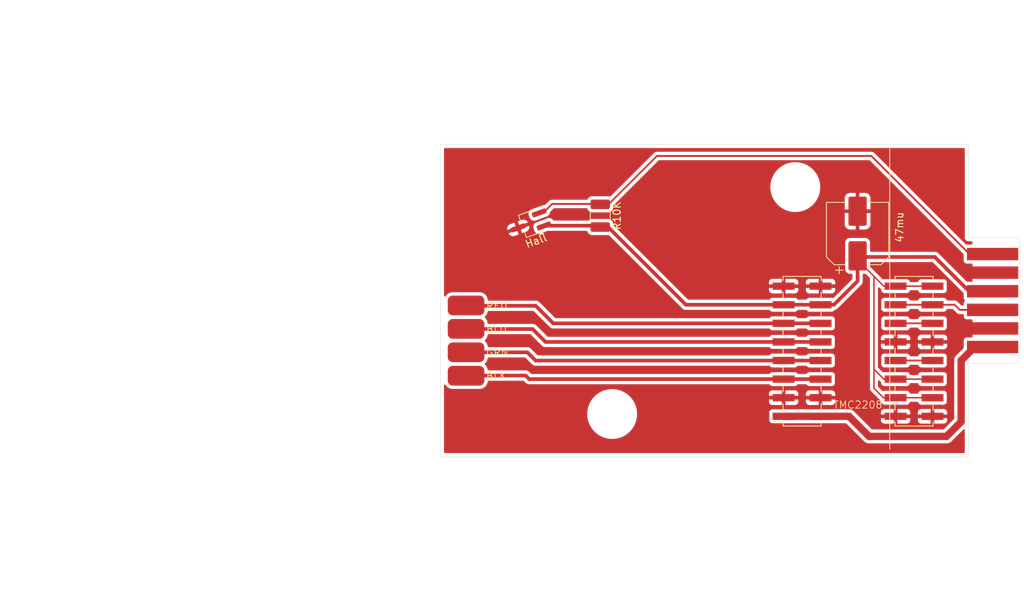
<source format=kicad_pcb>
(kicad_pcb (version 20241229) (generator "pcbnew") (generator_version "9.0")
  (layers (0 "F.Cu" signal) (2 "B.Cu" signal) (13 "F.Paste" user) (15 "B.Paste" user) (5 "F.SilkS" user "F.Silkscreen") (7 "B.SilkS" user "B.Silkscreen") (1 "F.Mask" user) (3 "B.Mask" user) (25 "Edge.Cuts" user))
  (net 0 "")
  (net 1 "GND")
  (net 2 "+5V")
  (net 3 "Hall")
  (net 4 "Step")
  (net 5 "+12V")
  (net 6 "B2")
  (net 7 "B1")
  (net 8 "A1")
  (net 9 "A2")
  (net 10 "NC")
  (net 11 "Clock")
  (footprint "" (layer "F.Cu") (at 191.512896 81.355227 -90)
    (property "Reference" "" (at -0.135227 0.222896 90) (layer "F.SilkS") (effects (font (size 1.27 1.27))))
    (property "Value" "" (at -0.405227 0.012896 90) (layer "F.SilkS") (effects (font (size 1.27 1.27))))
    (pad "1" connect rect (at 1.11 0.512896 270) (size 1.7 7) (layers "F.Cu" "F.Mask") (net 3 "Hall"))
  )
  (footprint "" (layer "F.Cu") (at 191 90.085227)
    (property "Reference" "" (at 0 0 0) (layer "F.SilkS") (effects (font (size 1.27 1.27))))
    (property "Value" "" (at 0 0 0) (layer "F.SilkS") (effects (font (size 1.27 1.27))))
    (pad "1" connect rect (at 0 0 270) (size 1.7 7) (layers "F.Cu" "F.Mask") (net 4 "Step"))
  )
  (footprint "MountingHole:MountingHole_3.2mm_M3" (layer "F.Cu") (at 164.066436 73.314895)
    (property "Reference" "REF**" (hide yes))
    (property "Value" "MountingHole_3.2mm_M3")
    (pad "" np_thru_hole circle (at 0 0) (size 3.2 3.2) (drill 3.2) (layers "*.Cu" "*.Mask"))
  )
  (footprint "Package_TO_SOT_SMD:SOT-23W_Handsoldering" (layer "F.Cu") (at 127.837603 78.308726 -160)
    (property "Reference" "Hall" (at 0 -2.5 20) (layer "F.SilkS"))
    (property "Value" "SOT-23W_Handsoldering")
    (fp_line (start 1.075 0.7) (end 1.075 1.61) (stroke (width 0.12)) (layer "F.SilkS"))
    (fp_line (start 1.075 -1.6) (end 1.074999 -0.7) (stroke (width 0.12)) (layer "F.SilkS"))
    (fp_line (start -1.075 1.61) (end 1.075 1.61) (stroke (width 0.12)) (layer "F.SilkS"))
    (fp_line (start -0.525 -1.61) (end 1.075 -1.61) (stroke (width 0.12)) (layer "F.SilkS"))
    (fp_poly (pts (xy -1.025 -1.56) (xy -1.265 -1.89) (xy -0.785 -1.89) (xy -1.025 -1.56)) (stroke (width 0.12)) (fill yes) (layer "F.SilkS"))
    (pad "1" smd roundrect (at -1.7 -0.95 200) (size 2 0.7) (layers "F.Cu" "F.Mask" "F.Paste") (net 2 "+5V"))
    (pad "2" smd roundrect (at -1.7 0.95 200) (size 2 0.7) (layers "F.Cu" "F.Mask" "F.Paste") (net 3 "Hall"))
    (pad "3" smd roundrect (at 1.699999 0 200) (size 2 0.7) (layers "F.Cu" "F.Mask" "F.Paste") (net 1 "GND"))
  )
  (footprint "" (layer "F.Cu") (at 191 85.005227)
    (property "Reference" "" (at 0 0 0) (layer "F.SilkS") (effects (font (size 1.27 1.27))))
    (property "Value" "" (at 0 0 0) (layer "F.SilkS") (effects (font (size 1.27 1.27))))
    (pad "1" connect rect (at 0 0 270) (size 1.7 7) (layers "F.Cu" "F.Mask") (net 1 "GND"))
  )
  (footprint "Connector_PinSocket_2.54mm:PinSocket_2x08_P2.54mm_Vertical_SMD" (layer "F.Cu") (at 164.991179 95.736727 180)
    (property "Reference" " " (at 0 -11.66 0) (layer "F.SilkS"))
    (property "Value" "PinSocket_2x08_P2.54mm_Vertical_SMD")
    (fp_line (start 2.6 9.65) (end 2.6 10.22) (stroke (width 0.12)) (layer "F.SilkS"))
    (fp_line (start 2.6 7.11) (end 2.6 8.13) (stroke (width 0.12)) (layer "F.SilkS"))
    (fp_line (start 2.6 4.57) (end 2.6 5.59) (stroke (width 0.12)) (layer "F.SilkS"))
    (fp_line (start 2.6 2.03) (end 2.6 3.05) (stroke (width 0.12)) (layer "F.SilkS"))
    (fp_line (start 2.6 -0.51) (end 2.6 0.51) (stroke (width 0.12)) (layer "F.SilkS"))
    (fp_line (start 2.6 -3.05) (end 2.6 -2.03) (stroke (width 0.12)) (layer "F.SilkS"))
    (fp_line (start 2.6 -5.59) (end 2.6 -4.57) (stroke (width 0.12)) (layer "F.SilkS"))
    (fp_line (start 2.6 -8.13) (end 2.6 -7.11) (stroke (width 0.12)) (layer "F.SilkS"))
    (fp_line (start 2.6 -9.65) (end 3.96 -9.65) (stroke (width 0.12)) (layer "F.SilkS"))
    (fp_line (start 2.6 -10.22) (end 2.6 -9.65) (stroke (width 0.12)) (layer "F.SilkS"))
    (fp_line (start -2.6 10.22) (end 2.6 10.22) (stroke (width 0.12)) (layer "F.SilkS"))
    (fp_line (start -2.6 9.65) (end -2.6 10.22) (stroke (width 0.12)) (layer "F.SilkS"))
    (fp_line (start -2.6 7.11) (end -2.6 8.13) (stroke (width 0.12)) (layer "F.SilkS"))
    (fp_line (start -2.6 4.57) (end -2.6 5.59) (stroke (width 0.12)) (layer "F.SilkS"))
    (fp_line (start -2.6 2.03) (end -2.6 3.05) (stroke (width 0.12)) (layer "F.SilkS"))
    (fp_line (start -2.6 -0.51) (end -2.6 0.51) (stroke (width 0.12)) (layer "F.SilkS"))
    (fp_line (start -2.6 -3.05) (end -2.6 -2.03) (stroke (width 0.12)) (layer "F.SilkS"))
    (fp_line (start -2.6 -5.59) (end -2.6 -4.57) (stroke (width 0.12)) (layer "F.SilkS"))
    (fp_line (start -2.6 -8.13) (end -2.6 -7.11) (stroke (width 0.12)) (layer "F.SilkS"))
    (fp_line (start -2.6 -10.22) (end 2.6 -10.22) (stroke (width 0.12)) (layer "F.SilkS"))
    (fp_line (start -2.6 -10.22) (end -2.6 -9.65) (stroke (width 0.12)) (layer "F.SilkS"))
    (pad "1" smd rect (at 2.52 -8.89 180) (size 3 1) (layers "F.Cu" "F.Mask" "F.Paste") (net 5 "+12V"))
    (pad "2" smd rect (at -2.52 -8.89 180) (size 3 1) (layers "F.Cu" "F.Mask" "F.Paste") (net 5 "+12V"))
    (pad "3" smd rect (at 2.52 -6.35 180) (size 3 1) (layers "F.Cu" "F.Mask" "F.Paste") (net 1 "GND"))
    (pad "4" smd rect (at -2.52 -6.35 180) (size 3 1) (layers "F.Cu" "F.Mask" "F.Paste") (net 1 "GND"))
    (pad "5" smd rect (at 2.52 -3.81 180) (size 3 1) (layers "F.Cu" "F.Mask" "F.Paste") (net 6 "B2"))
    (pad "6" smd rect (at -2.52 -3.81 180) (size 3 1) (layers "F.Cu" "F.Mask" "F.Paste") (net 6 "B2"))
    (pad "7" smd rect (at 2.52 -1.27 180) (size 3 1) (layers "F.Cu" "F.Mask" "F.Paste") (net 7 "B1"))
    (pad "8" smd rect (at -2.52 -1.27 180) (size 3 1) (layers "F.Cu" "F.Mask" "F.Paste") (net 7 "B1"))
    (pad "9" smd rect (at 2.52 1.27 180) (size 3 1) (layers "F.Cu" "F.Mask" "F.Paste") (net 8 "A1"))
    (pad "10" smd rect (at -2.52 1.27 180) (size 3 1) (layers "F.Cu" "F.Mask" "F.Paste") (net 8 "A1"))
    (pad "11" smd rect (at 2.52 3.81 180) (size 3 1) (layers "F.Cu" "F.Mask" "F.Paste") (net 9 "A2"))
    (pad "12" smd rect (at -2.52 3.81 180) (size 3 1) (layers "F.Cu" "F.Mask" "F.Paste") (net 9 "A2"))
    (pad "13" smd rect (at 2.52 6.35 180) (size 3 1) (layers "F.Cu" "F.Mask" "F.Paste") (net 2 "+5V"))
    (pad "14" smd rect (at -2.52 6.35 180) (size 3 1) (layers "F.Cu" "F.Mask" "F.Paste") (net 2 "+5V"))
    (pad "15" smd rect (at 2.52 8.89 180) (size 3 1) (layers "F.Cu" "F.Mask" "F.Paste") (net 1 "GND"))
    (pad "16" smd rect (at -2.52 8.89 180) (size 3 1) (layers "F.Cu" "F.Mask" "F.Paste") (net 1 "GND"))
  )
  (footprint "Custom_Footprints:AVX-00-9176-004-873-X06" (layer "F.Cu") (at 119.126 99.085)
    (property "Reference" "REF**" (hide yes))
    (property "Value" "AVX-00-9176-004-873-X06")
    (pad "" smd roundrect (at 0 -9.6 270) (size 2.7 5) (layers "F.Cu" "F.Mask" "F.Paste"))
    (pad "" smd roundrect (at 0 -6.4 270) (size 2.7 5) (layers "F.Cu" "F.Mask" "F.Paste"))
    (pad "" smd roundrect (at 0 -3.2 270) (size 2.7 5) (layers "F.Cu" "F.Mask" "F.Paste"))
    (pad "" smd roundrect (at 0 0 270) (size 2.7 5) (layers "F.Cu" "F.Mask" "F.Paste"))
  )
  (footprint "" (layer "F.Cu") (at 191 92.625227)
    (property "Reference" "" (at 0 0 0) (layer "F.SilkS") (effects (font (size 1.27 1.27))))
    (property "Value" "" (at 0 0 0) (layer "F.SilkS") (effects (font (size 1.27 1.27))))
    (pad "1" connect rect (at 0 0 270) (size 1.7 7) (layers "F.Cu" "F.Mask") (net 1 "GND"))
  )
  (footprint "" (layer "F.Cu") (at 191 87.545227)
    (property "Reference" "" (at 0 0 0) (layer "F.SilkS") (effects (font (size 1.27 1.27))))
    (property "Value" "" (at 0 0 0) (layer "F.SilkS") (effects (font (size 1.27 1.27))))
    (pad "1" connect rect (at 0 0 270) (size 1.7 7) (layers "F.Cu" "F.Mask") (net 2 "+5V"))
  )
  (footprint "Connector_PinSocket_2.54mm:PinSocket_2x08_P2.54mm_Vertical_SMD" (layer "F.Cu") (at 180.271179 95.736727 180)
    (property "Reference" " " (at 0 -11.66 0) (layer "F.SilkS"))
    (property "Value" "PinSocket_2x08_P2.54mm_Vertical_SMD")
    (fp_line (start 2.6 9.65) (end 2.6 10.22) (stroke (width 0.12)) (layer "F.SilkS"))
    (fp_line (start 2.6 7.11) (end 2.6 8.13) (stroke (width 0.12)) (layer "F.SilkS"))
    (fp_line (start 2.6 4.57) (end 2.6 5.59) (stroke (width 0.12)) (layer "F.SilkS"))
    (fp_line (start 2.6 2.03) (end 2.6 3.05) (stroke (width 0.12)) (layer "F.SilkS"))
    (fp_line (start 2.6 -0.51) (end 2.6 0.51) (stroke (width 0.12)) (layer "F.SilkS"))
    (fp_line (start 2.6 -3.05) (end 2.6 -2.03) (stroke (width 0.12)) (layer "F.SilkS"))
    (fp_line (start 2.6 -5.59) (end 2.6 -4.57) (stroke (width 0.12)) (layer "F.SilkS"))
    (fp_line (start 2.6 -8.13) (end 2.6 -7.11) (stroke (width 0.12)) (layer "F.SilkS"))
    (fp_line (start 2.6 -9.65) (end 3.96 -9.65) (stroke (width 0.12)) (layer "F.SilkS"))
    (fp_line (start 2.6 -10.22) (end 2.6 -9.65) (stroke (width 0.12)) (layer "F.SilkS"))
    (fp_line (start -2.6 10.22) (end 2.6 10.22) (stroke (width 0.12)) (layer "F.SilkS"))
    (fp_line (start -2.6 9.65) (end -2.6 10.22) (stroke (width 0.12)) (layer "F.SilkS"))
    (fp_line (start -2.6 7.11) (end -2.6 8.13) (stroke (width 0.12)) (layer "F.SilkS"))
    (fp_line (start -2.6 4.57) (end -2.6 5.59) (stroke (width 0.12)) (layer "F.SilkS"))
    (fp_line (start -2.6 2.03) (end -2.6 3.05) (stroke (width 0.12)) (layer "F.SilkS"))
    (fp_line (start -2.6 -0.51) (end -2.6 0.51) (stroke (width 0.12)) (layer "F.SilkS"))
    (fp_line (start -2.6 -3.05) (end -2.6 -2.03) (stroke (width 0.12)) (layer "F.SilkS"))
    (fp_line (start -2.6 -5.59) (end -2.6 -4.57) (stroke (width 0.12)) (layer "F.SilkS"))
    (fp_line (start -2.6 -8.13) (end -2.6 -7.11) (stroke (width 0.12)) (layer "F.SilkS"))
    (fp_line (start -2.6 -10.22) (end 2.6 -10.22) (stroke (width 0.12)) (layer "F.SilkS"))
    (fp_line (start -2.6 -10.22) (end -2.6 -9.65) (stroke (width 0.12)) (layer "F.SilkS"))
    (pad "1 Enable" smd rect (at 2.52 -8.89 180) (size 3 1) (layers "F.Cu" "F.Mask" "F.Paste") (net 1 "GND"))
    (pad "2 Enable" smd rect (at -2.52 -8.89 180) (size 3 1) (layers "F.Cu" "F.Mask" "F.Paste") (net 1 "GND"))
    (pad "3 MS1" smd rect (at 2.52 -6.35 180) (size 3 1) (layers "F.Cu" "F.Mask" "F.Paste") (net 2 "+5V"))
    (pad "4 MS1" smd rect (at -2.52 -6.35 180) (size 3 1) (layers "F.Cu" "F.Mask" "F.Paste") (net 2 "+5V"))
    (pad "5 MS2" smd rect (at 2.52 -3.81 180) (size 3 1) (layers "F.Cu" "F.Mask" "F.Paste") (net 2 "+5V"))
    (pad "6 MS2" smd rect (at -2.52 -3.81 180) (size 3 1) (layers "F.Cu" "F.Mask" "F.Paste") (net 2 "+5V"))
    (pad "7" smd rect (at 2.52 -1.27 180) (size 3 1) (layers "F.Cu" "F.Mask" "F.Paste") (net 10 "NC"))
    (pad "8" smd rect (at -2.52 -1.27 180) (size 3 1) (layers "F.Cu" "F.Mask" "F.Paste") (net 10 "NC"))
    (pad "9 PDN" smd rect (at 2.52 1.27 180) (size 3 1) (layers "F.Cu" "F.Mask" "F.Paste") (net 1 "GND"))
    (pad "10 PDN" smd rect (at -2.52 1.27 180) (size 3 1) (layers "F.Cu" "F.Mask" "F.Paste") (net 1 "GND"))
    (pad "11" smd rect (at 2.52 3.81 180) (size 3 1) (layers "F.Cu" "F.Mask" "F.Paste") (net 11 "Clock"))
    (pad "12" smd rect (at -2.52 3.81 180) (size 3 1) (layers "F.Cu" "F.Mask" "F.Paste") (net 11 "Clock"))
    (pad "13" smd rect (at 2.52 6.35 180) (size 3 1) (layers "F.Cu" "F.Mask" "F.Paste") (net 4 "Step"))
    (pad "14" smd rect (at -2.52 6.35 180) (size 3 1) (layers "F.Cu" "F.Mask" "F.Paste") (net 4 "Step"))
    (pad "15 Dir" smd rect (at 2.52 8.89 180) (size 3 1) (layers "F.Cu" "F.Mask" "F.Paste") (net 2 "+5V"))
    (pad "16 Dir" smd rect (at -2.52 8.89 180) (size 3 1) (layers "F.Cu" "F.Mask" "F.Paste") (net 2 "+5V"))
  )
  (footprint "Resistor_SMD:R_1210_3225Metric_Pad1.30x2.65mm_HandSolder" (layer "F.Cu") (at 137.436972 77.220604 -90)
    (property "Reference" "R10K" (at 0 -2.28 90) (layer "F.SilkS"))
    (property "Value" "R_1210_3225Metric_Pad1.30x2.65mm_HandSolder")
    (fp_line (start -0.723737 1.355) (end 0.723737 1.355) (stroke (width 0.12)) (layer "F.SilkS"))
    (fp_line (start -0.723737 -1.355) (end 0.723737 -1.355) (stroke (width 0.12)) (layer "F.SilkS"))
    (pad "1" smd roundrect (at -1.55 0 270) (size 1.3 2.65) (layers "F.Cu" "F.Mask" "F.Paste") (roundrect_rratio 0.1923076923) (net 3 "Hall"))
    (pad "2" smd roundrect (at 1.55 0 270) (size 1.3 2.65) (layers "F.Cu" "F.Mask" "F.Paste") (roundrect_rratio 0.1923076923) (net 2 "+5V"))
  )
  (footprint "" (layer "F.Cu") (at 191.594382 96.275227)
    (property "Reference" "" (at 0 0 0) (layer "F.SilkS") (effects (font (size 1.27 1.27))))
    (property "Value" "" (at 0 0 0) (layer "F.SilkS") (effects (font (size 1.27 1.27))))
    (pad "1" connect rect (at -0.594382 -1.11 270) (size 1.7 7) (layers "F.Cu" "F.Mask") (net 5 "+12V"))
  )
  (footprint "MountingHole:MountingHole_3.2mm_M3" (layer "F.Cu") (at 139.066436 104.314895)
    (property "Reference" "REF**" (hide yes))
    (property "Value" "MountingHole_3.2mm_M3")
    (pad "" np_thru_hole circle (at 0 0) (size 3.2 3.2) (drill 3.2) (layers "*.Cu" "*.Mask"))
  )
  (footprint "Capacitor_SMD:CP_Elec_8x5.4" (layer "F.Cu") (at 172.568236 79.6594 90)
    (property "Reference" "47mu" (at 0.8594 5.731764 90) (layer "F.SilkS"))
    (property "Value" "CP_Elec_8x5.4")
    (fp_line (start 4.26 -4.26) (end 4.26 -1.51) (stroke (width 0.12)) (layer "F.SilkS"))
    (fp_line (start -3.195563 -4.26) (end 4.26 -4.26) (stroke (width 0.12)) (layer "F.SilkS"))
    (fp_line (start -4.26 -3.195563) (end -3.195563 -4.26) (stroke (width 0.12)) (layer "F.SilkS"))
    (fp_line (start -4.26 -3.195563) (end -4.26 -1.51) (stroke (width 0.12)) (layer "F.SilkS"))
    (fp_line (start -5 -3.01) (end -5 -2.01) (stroke (width 0.12)) (layer "F.SilkS"))
    (fp_line (start -5.5 -2.51) (end -4.5 -2.51) (stroke (width 0.12)) (layer "F.SilkS"))
    (fp_line (start -4.26 3.195563) (end -4.26 1.51) (stroke (width 0.12)) (layer "F.SilkS"))
    (fp_line (start -4.26 3.195563) (end -3.195563 4.26) (stroke (width 0.12)) (layer "F.SilkS"))
    (fp_line (start 4.26 4.26) (end 4.26 1.51) (stroke (width 0.12)) (layer "F.SilkS"))
    (fp_line (start -3.195563 4.26) (end 4.26 4.26) (stroke (width 0.12)) (layer "F.SilkS"))
    (pad "1" smd roundrect (at -3.05 0 90) (size 4 2.5) (layers "F.Cu" "F.Mask" "F.Paste") (roundrect_rratio 0.1) (net 2 "+5V"))
    (pad "2" smd roundrect (at 3.05 0 90) (size 4 2.5) (layers "F.Cu" "F.Mask" "F.Paste") (roundrect_rratio 0.1) (net 1 "GND"))
  )
  (gr_line (start 176.954896 68.1094) (end 176.954896 109.1094) (stroke (width 0.12)) (layer "F.SilkS"))
  (gr_line (start 187.702896 110.151227) (end 187.702896 97.415227) (stroke (width 0.05)) (layer "Edge.Cuts"))
  (gr_line (start 193.940896 97.415227) (end 193.941255 97.413252) (stroke (width 0.05)) (layer "Edge.Cuts"))
  (gr_arc (start 194.703253 96.650983) (mid 194.479991 97.189997) (end 193.941255 97.413252) (stroke (width 0.05)) (layer "Edge.Cuts"))
  (gr_line (start 115.613896 110.151227) (end 187.702896 110.151227) (stroke (width 0.05)) (layer "Edge.Cuts"))
  (gr_line (start 187.702896 80.215227) (end 187.702896 67.479227) (stroke (width 0.05)) (layer "Edge.Cuts"))
  (gr_line (start 193.940896 80.216844) (end 193.940896 80.215227) (stroke (width 0.05)) (layer "Edge.Cuts"))
  (gr_line (start 193.940896 80.215227) (end 187.702896 80.215227) (stroke (width 0.05)) (layer "Edge.Cuts"))
  (gr_line (start 193.940896 97.415227) (end 187.702896 97.415227) (stroke (width 0.05)) (layer "Edge.Cuts"))
  (gr_line (start 115.613896 67.479227) (end 115.613896 110.151227) (stroke (width 0.05)) (layer "Edge.Cuts"))
  (gr_arc (start 193.940896 80.216844) (mid 194.479734 80.44) (end 194.702896 80.988524) (stroke (width 0.05)) (layer "Edge.Cuts"))
  (gr_line (start 194.702896 80.988524) (end 194.703253 96.650983) (stroke (width 0.05)) (layer "Edge.Cuts"))
  (gr_line (start 187.702896 67.479227) (end 115.613896 67.479227) (stroke (width 0.05)) (layer "Edge.Cuts"))
  (gr_text "RED" (at 121.8 90.12 0) (layer "F.SilkS") (effects (font (size 1 1) (thickness 0.1)) (justify left bottom)))
  (gr_text "GRN" (at 121.8 96.52 0) (layer "F.SilkS") (effects (font (size 1 1) (thickness 0.1)) (justify left bottom)))
  (gr_text "TMC2208" (at 169.181775 103.648717 0) (layer "F.SilkS") (effects (font (size 1 1) (thickness 0.1)) (justify left bottom)))
  (gr_text "BLU" (at 121.8 93.32 0) (layer "F.SilkS") (effects (font (size 1 1) (thickness 0.1)) (justify left bottom)))
  (gr_text "BLK" (at 121.8 99.72 0) (layer "F.SilkS") (effects (font (size 1 1) (thickness 0.1)) (justify left bottom)))
  (segment (start 177.751179 99.546727) (end 182.791179 99.546727) (width 0.2) (layer "F.Cu") (net 2))
  (segment (start 149.125787 89.386727) (end 138.509664 78.770604) (width 0.5) (layer "F.Cu") (net 2))
  (segment (start 174.8 85.5) (end 174.8 100.8) (width 0.2) (layer "F.Cu") (net 2))
  (segment (start 172.568236 83.268236) (end 176.146727 86.846727) (width 0.2) (layer "F.Cu") (net 2))
  (segment (start 177.751179 99.546727) (end 176.146727 99.546727) (width 0.2) (layer "F.Cu") (net 2))
  (segment (start 174.8 100.8) (end 176.086727 102.086727) (width 0.2) (layer "F.Cu") (net 2))
  (segment (start 187.785227 87.545227) (end 183.1 82.86) (width 0.5) (layer "F.Cu") (net 2))
  (segment (start 172.568236 83.318537) (end 172.568236 86.161995) (width 0.5) (layer "F.Cu") (net 2))
  (segment (start 177.751179 102.086727) (end 182.791179 102.086727) (width 0.2) (layer "F.Cu") (net 2))
  (segment (start 162.471179 89.386727) (end 149.125787 89.386727) (width 0.5) (layer "F.Cu") (net 2))
  (segment (start 176.086727 102.086727) (end 177.751179 102.086727) (width 0.2) (layer "F.Cu") (net 2))
  (segment (start 176.146727 99.546727) (end 174.8 98.2) (width 0.2) (layer "F.Cu") (net 2))
  (segment (start 176.146727 86.846727) (end 177.751179 86.846727) (width 0.2) (layer "F.Cu") (net 2))
  (segment (start 172.568236 86.161995) (end 169.343504 89.386727) (width 0.5) (layer "F.Cu") (net 2))
  (segment (start 169.343504 89.386727) (end 167.511179 89.386727) (width 0.5) (layer "F.Cu") (net 2))
  (segment (start 183.1 82.86) (end 173.201699 82.86) (width 0.5) (layer "F.Cu") (net 2))
  (segment (start 177.751179 86.846727) (end 182.791179 86.846727) (width 0.2) (layer "F.Cu") (net 2))
  (segment (start 137.16337 78.59) (end 129.79 78.59) (width 0.5) (layer "F.Cu") (net 2))
  (segment (start 162.471179 89.386727) (end 167.511179 89.386727) (width 0.5) (layer "F.Cu") (net 2))
  (segment (start 145.181539 69.0594) (end 138.570335 75.670604) (width 0.25) (layer "F.Cu") (net 3))
  (segment (start 130.872484 75.617516) (end 129.655416 76.834584) (width 0.25) (layer "F.Cu") (net 3))
  (segment (start 187.845227 82.465227) (end 174.4394 69.0594) (width 0.25) (layer "F.Cu") (net 3))
  (segment (start 174.4394 69.0594) (end 145.181539 69.0594) (width 0.25) (layer "F.Cu") (net 3))
  (segment (start 137.383884 75.617516) (end 130.872484 75.617516) (width 0.25) (layer "F.Cu") (net 3))
  (segment (start 186.505227 90.085227) (end 191 90.085227) (width 0.25) (layer "F.Cu") (net 4))
  (segment (start 185.806727 89.386727) (end 182.791179 89.386727) (width 0.25) (layer "F.Cu") (net 4))
  (segment (start 185.806727 89.386727) (end 186.505227 90.085227) (width 0.25) (layer "F.Cu") (net 4))
  (segment (start 177.751179 89.386727) (end 182.791179 89.386727) (width 0.25) (layer "F.Cu") (net 4))
  (segment (start 186.702896 97.001013) (end 188.538682 95.165227) (width 1) (layer "F.Cu") (net 5))
  (segment (start 186.702896 105.376794) (end 186.702896 97.001013) (width 1) (layer "F.Cu") (net 5))
  (segment (start 174.13076 107.36788) (end 184.71181 107.36788) (width 1) (layer "F.Cu") (net 5))
  (segment (start 167.511179 104.626727) (end 171.389607 104.626727) (width 1) (layer "F.Cu") (net 5))
  (segment (start 171.389607 104.626727) (end 174.13076 107.36788) (width 1) (layer "F.Cu") (net 5))
  (segment (start 184.71181 107.36788) (end 186.702896 105.376794) (width 1) (layer "F.Cu") (net 5))
  (segment (start 162.471179 104.626727) (end 167.511179 104.626727) (width 1) (layer "F.Cu") (net 5))
  (segment (start 127.746727 99.546727) (end 127.26 99.06) (width 0.5) (layer "F.Cu") (net 6))
  (segment (start 162.471179 99.546727) (end 167.511179 99.546727) (width 0.5) (layer "F.Cu") (net 6))
  (segment (start 162.471179 99.546727) (end 127.746727 99.546727) (width 0.5) (layer "F.Cu") (net 6))
  (segment (start 127.26 99.06) (end 120.597 99.06) (width 0.5) (layer "F.Cu") (net 6))
  (segment (start 162.471179 97.006727) (end 167.511179 97.006727) (width 0.5) (layer "F.Cu") (net 7))
  (segment (start 162.471179 97.006727) (end 128.606727 97.006727) (width 0.5) (layer "F.Cu") (net 7))
  (segment (start 128.606727 97.006727) (end 127.485 95.885) (width 0.5) (layer "F.Cu") (net 7))
  (segment (start 127.485 95.885) (end 120.622 95.885) (width 0.5) (layer "F.Cu") (net 7))
  (segment (start 128.21 92.71) (end 120.647 92.71) (width 0.5) (layer "F.Cu") (net 8))
  (segment (start 162.471179 94.466727) (end 129.966727 94.466727) (width 0.5) (layer "F.Cu") (net 8))
  (segment (start 129.966727 94.466727) (end 128.21 92.71) (width 0.5) (layer "F.Cu") (net 8))
  (segment (start 162.471179 94.466727) (end 167.511179 94.466727) (width 0.5) (layer "F.Cu") (net 8))
  (segment (start 128.635 89.535) (end 120.672 89.535) (width 0.5) (layer "F.Cu") (net 9))
  (segment (start 162.471179 91.926727) (end 167.511179 91.926727) (width 0.5) (layer "F.Cu") (net 9))
  (segment (start 162.471179 91.926727) (end 131.026727 91.926727) (width 0.5) (layer "F.Cu") (net 9))
  (segment (start 131.026727 91.926727) (end 128.635 89.535) (width 0.5) (layer "F.Cu") (net 9))
  (segment (start 177.751179 97.006727) (end 182.791179 97.006727) (width 0.25) (layer "F.Cu") (net 10))
  (segment (start 177.751179 91.926727) (end 182.791179 91.926727) (width 0.25) (layer "F.Cu") (net 11))
  (zone (net 1) (net_name "GND") (layer "F.Cu") (priority 1) (connect_pads (clearance 0.45)) (min_thickness 0.25) (fill yes (thermal_gap 0.5) (thermal_bridge_width 0.5))
    (polygon (pts (xy 115.740896 67.637977) (xy 187.622896 67.637977) (xy 187.622896 80.318977) (xy 188.257896 80.318977) (xy 188.267896 97.334977) (xy 187.632896 97.334977) (xy 187.622896 110.055977) (xy 115.740896 110.055977)))
  )
)
</source>
